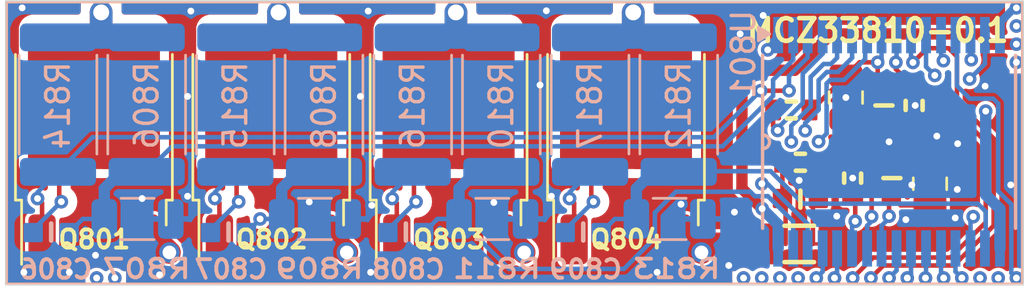
<source format=kicad_pcb>
(kicad_pcb (version 20221018) (generator pcbnew)
  (layers (0 "F.Cu" signal) (1 "In1.Cu" signal) (2 "In2.Cu" signal) (31 "B.Cu" signal) (34 "B.Paste" user) (35 "F.Paste" user) (36 "B.SilkS" user "B.Silkscreen") (37 "F.SilkS" user "F.Silkscreen") (38 "B.Mask" user) (39 "F.Mask" user) (44 "Edge.Cuts" user))
  (net 0 "")
  (net 1 "GND")
  (net 2 "+3V3")
  (net 3 "Net-(C803-Pad1)")
  (net 4 "Net-(C803-Pad2)")
  (net 5 "+12V")
  (net 6 "/OUT_IGN1")
  (net 7 "Net-(U801-FB0)")
  (net 8 "/OUT_IGN2")
  (net 9 "Net-(U801-FB1)")
  (net 10 "/OUT_IGN3")
  (net 11 "Net-(U801-FB2)")
  (net 12 "/OUT_IGN4")
  (net 13 "Net-(U801-FB3)")
  (net 14 "Net-(Q801-G)")
  (net 15 "Net-(Q801-E)")
  (net 16 "Net-(Q802-G)")
  (net 17 "Net-(Q803-G)")
  (net 18 "Net-(Q804-G)")
  (net 19 "/~OUTEN")
  (net 20 "/~CS")
  (net 21 "Net-(U801-RSP)")
  (net 22 "Net-(U801-RSN)")
  (net 23 "/OUT_INJ1")
  (net 24 "/SCLK")
  (net 25 "/MOSI")
  (net 26 "/MISO")
  (net 27 "/INJ1")
  (net 28 "/INJ2")
  (net 29 "/INJ3")
  (net 30 "/INJ4")
  (net 31 "/OUT_INJ2")
  (net 32 "/OUT_INJ4")
  (net 33 "/~SPKDUR")
  (net 34 "/IGN4")
  (net 35 "/IGN3")
  (net 36 "/IGN2")
  (net 37 "/IGN1")
  (net 38 "/NOMI")
  (net 39 "/MAXI")
  (net 40 "/OUT_INJ3")
  (footprint "Package_TO_SOT_SMD:TO-252-2" (layer "F.Cu") (at 103.88 70.96 90)
    (fp_text reference "Q803")
    (fp_text value "ISL9V3040D3S")
  )
  (footprint "Package_TO_SOT_SMD:TO-252-2" (layer "F.Cu") (at 111.68 70.96 90)
    (fp_text reference "Q804")
    (fp_text value "ISL9V3040D3S")
  )
  (footprint "kicad6-libraries:Shunt_1206" (layer "F.Cu") (at 119.3 76.2)
    (fp_text reference "R805" hide)
    (fp_text value "0.02" hide)
  )
  (footprint "hellen-one-common:C0603" (layer "F.Cu") (at 123.35 73.3 90)
    (fp_text reference "C804" hide)
    (fp_text value "100n" hide)
  )
  (footprint "hellen-one-common:R0603" (layer "F.Cu") (at 121.65 73.3 90)
    (fp_text reference "R804" hide)
    (fp_text value "100" hide)
  )
  (footprint "Package_TO_SOT_SMD:TO-252-2" (layer "F.Cu") (at 96.08 70.96 90)
    (fp_text reference "Q802")
    (fp_text value "ISL9V3040D3S")
  )
  (footprint "hellen-one-common:R0603" (layer "F.Cu") (at 119.35 72.6 180)
    (fp_text reference "R803" hide)
    (fp_text value "100" hide)
  )
  (footprint "hellen-one-mcz33810-0.1:mcz33810" (layer "F.Cu") (at 84.4 78)
    (fp_text reference "M801" hide)
    (fp_text value "Module-mcz33810-0.1" hide)
  )
  (footprint "Capacitor_SMD:C_0805_2012Metric" (layer "F.Cu") (at 121.35 69.75 90)
    (fp_text reference "C802" hide)
    (fp_text value "10u")
  )
  (footprint "hellen-one-common:R0603" (layer "F.Cu") (at 124.35 70.1 -90)
    (fp_text reference "R801" hide)
    (fp_text value "10k" hide)
  )
  (footprint "Package_TO_SOT_SMD:TO-252-2" (layer "F.Cu") (at 88.28 70.96 90)
    (fp_text reference "Q801")
    (fp_text value "ISL9V3040D3S")
  )
  (footprint "hellen-one-common:R0603" (layer "F.Cu") (at 118.95 70.3)
    (fp_text reference "R802" hide)
    (fp_text value "10k" hide)
  )
  (footprint "Capacitor_SMD:C_0805_2012Metric" (layer "F.Cu") (at 125.05 73.55 -90)
    (fp_text reference "C805" hide)
    (fp_text value "10u")
  )
  (footprint "hellen-one-common:C0603" (layer "F.Cu") (at 123.05 70.1 -90)
    (fp_text reference "C801" hide)
    (fp_text value "100n" hide)
  )
  (footprint "hellen-one-common:C0603" (layer "F.Cu") (at 119.35 74.2)
    (fp_text reference "C803" hide)
    (fp_text value "100p" hide)
  )
  (footprint "hellen-one-common:C0603" (layer "B.Cu") (at 109.8 75.7)
    (fp_text reference "C809")
    (fp_text value "10p" hide)
  )
  (footprint "Resistor_SMD:R_2512_6332Metric" (layer "B.Cu") (at 114 70.0625 -90)
    (fp_text reference "R812")
    (fp_text value "36k")
  )
  (footprint "hellen-one-common:C0603" (layer "B.Cu") (at 94.2 75.7)
    (fp_text reference "C807")
    (fp_text value "10p" hide)
  )
  (footprint "Resistor_SMD:R_2512_6332Metric" (layer "B.Cu") (at 94.5 70.0625 -90)
    (fp_text reference "R815")
    (fp_text value "DNP")
  )
  (footprint "Resistor_SMD:R_2512_6332Metric" (layer "B.Cu") (at 90.6 70.0625 -90)
    (fp_text reference "R806")
    (fp_text value "36k")
  )
  (footprint "Resistor_SMD:R_1206_3216Metric" (layer "B.Cu") (at 113.6 75.1)
    (fp_text reference "R813")
    (fp_text value "4.02k")
  )
  (footprint "hellen-one-common:C0603" (layer "B.Cu") (at 102 75.7)
    (fp_text reference "C808")
    (fp_text value "10p" hide)
  )
  (footprint "hellen-one-common:C0603" (layer "B.Cu") (at 86.4 75.7)
    (fp_text reference "C806")
    (fp_text value "10p" hide)
  )
  (footprint "kicad6-libraries:Mcz33810" (layer "B.Cu") (at 123.25 71.7 -90)
    (fp_text reference "U801")
    (fp_text value "MCZ33810EK" hide)
  )
  (footprint "Resistor_SMD:R_2512_6332Metric" (layer "B.Cu") (at 102.3 70.0625 -90)
    (fp_text reference "R816")
    (fp_text value "DNP")
  )
  (footprint "Resistor_SMD:R_2512_6332Metric" (layer "B.Cu") (at 98.4 70.0625 -90)
    (fp_text reference "R808")
    (fp_text value "36k")
  )
  (footprint "Resistor_SMD:R_2512_6332Metric" (layer "B.Cu") (at 86.7 70.0625 -90)
    (fp_text reference "R814")
    (fp_text value "DNP")
  )
  (footprint "Resistor_SMD:R_1206_3216Metric" (layer "B.Cu") (at 98 75.1)
    (fp_text reference "R809")
    (fp_text value "4.02k")
  )
  (footprint "Resistor_SMD:R_2512_6332Metric" (layer "B.Cu") (at 106.2 70.0625 -90)
    (fp_text reference "R810")
    (fp_text value "36k")
  )
  (footprint "Resistor_SMD:R_1206_3216Metric" (layer "B.Cu") (at 90.2 75.1)
    (fp_text reference "R807")
    (fp_text value "4.02k")
  )
  (footprint "Resistor_SMD:R_2512_6332Metric" (layer "B.Cu") (at 110.1 70.0625 -90)
    (fp_text reference "R817")
    (fp_text value "DNP")
  )
  (footprint "Resistor_SMD:R_1206_3216Metric" (layer "B.Cu") (at 105.8 75.1)
    (fp_text reference "R811")
    (fp_text value "4.02k")
  )
  (gr_rect (start 84.39 65.49) (end 129.16 78.01) (stroke (width 0.05)) (fill none) (layer "Edge.Cuts"))
  (gr_text "MCZ33810-0.1" (at 122.75 66.8) (layer "F.SilkS") (effects (font (size 1 1) (thickness 0.2))))
  (via (at 88.35 76.7) (size 0.6) (drill 0.3) (layers "F.Cu" "B.Cu") (net 1))
  (via (at 127.473372 69.25) (size 0.6) (drill 0.3) (layers "F.Cu" "B.Cu") (net 1))
  (via (at 90.4 74.2) (size 0.6) (drill 0.3) (layers "F.Cu" "B.Cu") (net 1))
  (via (at 100.5 74.5) (size 0.6) (drill 0.3) (layers "F.Cu" "B.Cu") (net 1))
  (via (at 126.159336 75.054853) (size 0.6) (drill 0.3) (layers "F.Cu" "B.Cu") (net 1))
  (via (at 124.4 70.1) (size 0.6) (drill 0.3) (layers "F.Cu" "B.Cu") (net 1))
  (via (at 116.45 74.8) (size 0.6) (drill 0.3) (layers "F.Cu" "B.Cu") (net 1))
  (via (at 120.949774 74.976512) (size 0.6) (drill 0.3) (layers "F.Cu" "B.Cu") (net 1))
  (via (at 108.177984 65.92764) (size 0.6) (drill 0.3) (layers "F.Cu" "B.Cu") (net 1))
  (via (at 92.4 74.1) (size 0.6) (drill 0.3) (layers "F.Cu" "B.Cu") (net 1))
  (via (at 97.75 74.35) (size 0.6) (drill 0.3) (layers "F.Cu" "B.Cu") (net 1))
  (via (at 125.35 71.45) (size 0.6) (drill 0.3) (layers "F.Cu" "B.Cu") (net 1))
  (via (at 116.7 66.95) (size 0.6) (drill 0.3) (layers "F.Cu" "B.Cu") (net 1))
  (via (at 100.34212 65.941073) (size 0.6) (drill 0.3) (layers "F.Cu" "B.Cu") (net 1))
  (via (at 100 69.7) (size 0.6) (drill 0.3) (layers "F.Cu" "B.Cu") (net 1))
  (via (at 117.712602 66.13536) (size 0.6) (drill 0.3) (layers "F.Cu" "B.Cu") (net 1))
  (via (at 85.124093 65.8) (size 0.6) (drill 0.3) (layers "F.Cu" "B.Cu") (net 1))
  (via (at 105.867947 74.374321) (size 0.6) (drill 0.3) (layers "F.Cu" "B.Cu") (net 1))
  (via (at 100.45 77.45) (size 0.6) (drill 0.3) (layers "F.Cu" "B.Cu") (net 1))
  (via (at 113.05 77.45) (size 0.6) (drill 0.3) (layers "F.Cu" "B.Cu") (net 1))
  (via (at 124.25 73.6) (size 0.6) (drill 0.3) (layers "F.Cu" "B.Cu") (net 1))
  (via (at 108.4 74.1) (size 0.6) (drill 0.3) (layers "F.Cu" "B.Cu") (net 1))
  (via (at 126.266117 71.783883) (size 0.6) (drill 0.3) (layers "F.Cu" "B.Cu") (net 1))
  (via (at 91.165987 77.5592) (size 0.6) (drill 0.3) (layers "F.Cu" "B.Cu") (net 1))
  (via (at 116.2 77.15) (size 0.6) (drill 0.3) (layers "F.Cu" "B.Cu") (net 1))
  (via (at 92.4 69.7) (size 0.6) (drill 0.3) (layers "F.Cu" "B.Cu") (net 1))
  (via (at 123.987686 75.13009) (size 0.6) (drill 0.3) (layers "F.Cu" "B.Cu") (net 1))
  (via (at 92.543526 65.942012) (size 0.6) (drill 0.3) (layers "F.Cu" "B.Cu") (net 1))
  (via (at 114.1 74.4505) (size 0.6) (drill 0.3) (layers "F.Cu" "B.Cu") (net 1))
  (via (at 128.6 73.6) (size 0.6) (drill 0.3) (layers "F.Cu" "B.Cu") (net 1))
  (via (at 126.25 73.8) (size 0.6) (drill 0.3) (layers "F.Cu" "B.Cu") (net 1))
  (via (at 87.2 77.45) (size 0.6) (drill 0.3) (layers "F.Cu" "B.Cu") (net 1))
  (via (at 119.297194 73.401871) (size 0.6) (drill 0.3) (layers "F.Cu" "B.Cu") (net 1))
  (via (at 121.65 73.3) (size 0.6) (drill 0.3) (layers "F.Cu" "B.Cu") (net 1))
  (via (at 123.25 71.7) (size 0.6) (drill 0.3) (layers "F.Cu" "B.Cu") (net 1))
  (via (at 85.199659 77.45051) (size 0.6) (drill 0.3) (layers "F.Cu" "B.Cu") (net 1))
  (via (at 107.9 69.2) (size 0.6) (drill 0.3) (layers "F.Cu" "B.Cu") (net 1))
  (via (at 121.35 69.75) (size 0.6) (drill 0.3) (layers "F.Cu" "B.Cu") (net 1))
  (segment (start 122.75 69.009999) (end 123.05 69.309999) (width 0.2) (layer "F.Cu") (net 2))
  (segment (start 121.35 68.8) (end 121.95 68.2) (width 0.2) (layer "F.Cu") (net 2))
  (segment (start 121.95 68.2) (end 122.75 68.2) (width 0.2) (layer "F.Cu") (net 2))
  (segment (start 123.05 69.309999) (end 123.05 69.6) (width 0.2) (layer "F.Cu") (net 2))
  (segment (start 122.75 68.2) (end 122.75 69.009999) (width 0.2) (layer "F.Cu") (net 2))
  (segment (start 123.05 69.6) (end 124.35 70.9) (width 0.2) (layer "F.Cu") (net 2))
  (segment (start 119.85 70.3) (end 121.35 68.8) (width 0.2) (layer "F.Cu") (net 2))
  (segment (start 119.75 70.3) (end 119.85 70.3) (width 0.2) (layer "F.Cu") (net 2))
  (via (at 122.75 68.2) (size 0.6) (drill 0.3) (layers "F.Cu" "B.Cu") (net 2))
  (segment (start 122.949 67.001) (end 122.95 67) (width 0.2) (layer "B.Cu") (net 2))
  (segment (start 122.9198 67.001) (end 122.949 67.001) (width 0.2) (layer "B.Cu") (net 2))
  (segment (start 122.9198 68.0302) (end 122.75 68.2) (width 0.2) (layer "B.Cu") (net 2))
  (segment (start 122.9198 67.001) (end 122.9198 68.0302) (width 0.2) (layer "B.Cu") (net 2))
  (segment (start 118.7 76.2) (end 118.7 74.340001) (width 0.2) (layer "F.Cu") (net 3))
  (segment (start 118.7 74.340001) (end 118.559999 74.2) (width 0.2) (layer "F.Cu") (net 3))
  (segment (start 118.559999 72.609999) (end 118.55 72.6) (width 0.2) (layer "F.Cu") (net 3))
  (segment (start 118.559999 74.2) (end 118.559999 72.609999) (width 0.2) (layer "F.Cu") (net 3))
  (segment (start 121.65 72.5) (end 120.140001 74.009999) (width 0.2) (layer "F.Cu") (net 4))
  (segment (start 119.89998 76.2) (end 119.89998 74.440021) (width 0.2) (layer "F.Cu") (net 4))
  (segment (start 119.89998 74.440021) (end 120.140001 74.2) (width 0.2) (layer "F.Cu") (net 4))
  (segment (start 120.140001 74.009999) (end 120.140001 74.2) (width 0.2) (layer "F.Cu") (net 4))
  (segment (start 123.25 74.190001) (end 123.35 74.090001) (width 0.2) (layer "F.Cu") (net 5))
  (segment (start 123.759999 74.5) (end 125.05 74.5) (width 0.2) (layer "F.Cu") (net 5))
  (segment (start 123.25 74.976) (end 123.25 74.190001) (width 0.2) (layer "F.Cu") (net 5))
  (segment (start 123.35 74.090001) (end 123.759999 74.5) (width 0.2) (layer "F.Cu") (net 5))
  (via (at 123.25 74.976) (size 0.6) (drill 0.3) (layers "F.Cu" "B.Cu") (net 5))
  (segment (start 123.25 74.976) (end 123.25 75.0687) (width 0.2) (layer "B.Cu") (net 5))
  (segment (start 122.9198 75.3989) (end 122.9198 76.399) (width 0.2) (layer "B.Cu") (net 5))
  (segment (start 123.25 75.0687) (end 122.9198 75.3989) (width 0.2) (layer "B.Cu") (net 5))
  (segment (start 86.755 74.248194) (end 86.755 71.375) (width 0.2) (layer "F.Cu") (net 6))
  (segment (start 88.6 66.82) (end 89.805 68.025) (width 1) (layer "F.Cu") (net 6))
  (segment (start 88.6 66) (end 88.6 66.82) (width 1) (layer "F.Cu") (net 6))
  (segment (start 86.846804 74.339998) (end 86.755 74.248194) (width 0.2) (layer "F.Cu") (net 6))
  (via (at 86.846804 74.339998) (size 0.6) (drill 0.3) (layers "F.Cu" "B.Cu") (net 6))
  (segment (start 85.609999 75.576803) (end 86.846804 74.339998) (width 0.2) (layer "B.Cu") (net 6))
  (segment (start 86.7 67.1) (end 88.6 67.1) (width 1) (layer "B.Cu") (net 6))
  (segment (start 90.6 67.1) (end 88.6 67.1) (width 1) (layer "B.Cu") (net 6))
  (segment (start 85.609999 75.7) (end 85.609999 75.576803) (width 0.2) (layer "B.Cu") (net 6))
  (segment (start 88.6 67.1) (end 88.6 66) (width 1) (layer "B.Cu") (net 6))
  (segment (start 90.6 73.025) (end 91.725 71.9) (width 0.2) (layer "B.Cu") (net 7))
  (segment (start 90.6 73.025) (end 89.475 73.025) (width 0.5) (layer "B.Cu") (net 7))
  (segment (start 88.7375 73.7625) (end 88.7375 75.1) (width 0.5) (layer "B.Cu") (net 7))
  (segment (start 119.0336 68.088582) (end 119.0336 67.001) (width 0.2) (layer "B.Cu") (net 7))
  (segment (start 118.15 68.972182) (end 119.0336 68.088582) (width 0.2) (layer "B.Cu") (net 7))
  (segment (start 91.725 71.9) (end 115.927818 71.9) (width 0.2) (layer "B.Cu") (net 7))
  (segment (start 87.790001 75.1) (end 88.7375 75.1) (width 0.2) (layer "B.Cu") (net 7))
  (segment (start 87.190001 75.7) (end 87.790001 75.1) (width 0.2) (layer "B.Cu") (net 7))
  (segment (start 115.927818 71.9) (end 118.15 69.677818) (width 0.2) (layer "B.Cu") (net 7))
  (segment (start 118.15 69.677818) (end 118.15 68.972182) (width 0.2) (layer "B.Cu") (net 7))
  (segment (start 89.475 73.025) (end 88.7375 73.7625) (width 0.5) (layer "B.Cu") (net 7))
  (segment (start 96.4 66.82) (end 97.605 68.025) (width 1) (layer "F.Cu") (net 8))
  (segment (start 94.555 74.248194) (end 94.555 71.375) (width 0.2) (layer "F.Cu") (net 8))
  (segment (start 96.4 66) (end 96.4 66.82) (width 1) (layer "F.Cu") (net 8))
  (segment (start 94.646804 74.339998) (end 94.555 74.248194) (width 0.2) (layer "F.Cu") (net 8))
  (via (at 94.646804 74.339998) (size 0.6) (drill 0.3) (layers "F.Cu" "B.Cu") (net 8))
  (segment (start 98.4 67.1) (end 96.4 67.1) (width 1) (layer "B.Cu") (net 8))
  (segment (start 93.409999 75.7) (end 93.409999 75.576803) (width 0.2) (layer "B.Cu") (net 8))
  (segment (start 93.409999 75.576803) (end 94.646804 74.339998) (width 0.2) (layer "B.Cu") (net 8))
  (segment (start 94.5 67.1) (end 96.4 67.1) (width 1) (layer "B.Cu") (net 8))
  (segment (start 96.4 67.1) (end 96.4 66) (width 1) (layer "B.Cu") (net 8))
  (via (at 126.793323 68.933713) (size 0.6) (drill 0.3) (layers "F.Cu" "B.Cu") (net 9))
  (via (at 95.590001 75.1) (size 0.6) (drill 0.3) (layers "F.Cu" "B.Cu") (net 9))
  (segment (start 96.5375 73.7625) (end 96.5375 75.1) (width 0.5) (layer "B.Cu") (net 9))
  (segment (start 127.4664 67.001) (end 127.4664 68.260636) (width 0.2) (layer "B.Cu") (net 9))
  (segment (start 98.4 73.025) (end 97.275 73.025) (width 0.5) (layer "B.Cu") (net 9))
  (segment (start 95.590001 75.1) (end 96.5375 75.1) (width 0.2) (layer "B.Cu") (net 9))
  (segment (start 94.990001 75.7) (end 95.590001 75.1) (width 0.2) (layer "B.Cu") (net 9))
  (segment (start 127.4664 68.260636) (end 126.793323 68.933713) (width 0.2) (layer "B.Cu") (net 9))
  (segment (start 97.275 73.025) (end 96.5375 73.7625) (width 0.5) (layer "B.Cu") (net 9))
  (segment (start 104.2 66) (end 104.2 66.82) (width 1) (layer "F.Cu") (net 10))
  (segment (start 104.2 66.82) (end 105.405 68.025) (width 1) (layer "F.Cu") (net 10))
  (segment (start 102.446804 74.339998) (end 102.355 74.248194) (width 0.2) (layer "F.Cu") (net 10))
  (segment (start 102.355 74.248194) (end 102.355 71.375) (width 0.2) (layer "F.Cu") (net 10))
  (via (at 102.446804 74.339998) (size 0.6) (drill 0.3) (layers "F.Cu" "B.Cu") (net 10))
  (segment (start 106.2 67.1) (end 104.2 67.1) (width 1) (layer "B.Cu") (net 10))
  (segment (start 102.3 67.1) (end 104.2 67.1) (width 1) (layer "B.Cu") (net 10))
  (segment (start 101.209999 75.576803) (end 102.446804 74.339998) (width 0.2) (layer "B.Cu") (net 10))
  (segment (start 104.2 67.1) (end 104.2 66) (width 1) (layer "B.Cu") (net 10))
  (segment (start 101.209999 75.7) (end 101.209999 75.576803) (width 0.2) (layer "B.Cu") (net 10))
  (segment (start 106.5375 77.3) (end 104.3375 75.1) (width 0.2) (layer "B.Cu") (net 11))
  (segment (start 119.0336 75.209457) (end 117.921835 74.097692) (width 0.2) (layer "B.Cu") (net 11))
  (segment (start 104.3375 73.7625) (end 104.3375 75.1) (width 0.5) (layer "B.Cu") (net 11))
  (segment (start 113.872182 73.9005) (end 112.95 74.822682) (width 0.2) (layer "B.Cu") (net 11))
  (segment (start 102.790001 75.7) (end 103.390001 75.1) (width 0.2) (layer "B.Cu") (net 11))
  (segment (start 119.0336 76.399) (end 119.0336 75.209457) (width 0.2) (layer "B.Cu") (net 11))
  (segment (start 117.921835 74.097692) (end 117.344554 74.097692) (width 0.2) (layer "B.Cu") (net 11))
  (segment (start 105.075 73.025) (end 104.3375 73.7625) (width 0.5) (layer "B.Cu") (net 11))
  (segment (start 117.344554 74.097692) (end 117.147362 73.9005) (width 0.2) (layer "B.Cu") (net 11))
  (segment (start 112.95 75.939034) (end 111.589034 77.3) (width 0.2) (layer "B.Cu") (net 11))
  (segment (start 112.95 74.822682) (end 112.95 75.939034) (width 0.2) (layer "B.Cu") (net 11))
  (segment (start 103.390001 75.1) (end 104.3375 75.1) (width 0.2) (layer "B.Cu") (net 11))
  (segment (start 111.589034 77.3) (end 106.5375 77.3) (width 0.2) (layer "B.Cu") (net 11))
  (segment (start 117.147362 73.9005) (end 113.872182 73.9005) (width 0.2) (layer "B.Cu") (net 11))
  (segment (start 106.2 73.025) (end 105.075 73.025) (width 0.5) (layer "B.Cu") (net 11))
  (segment (start 110.246804 74.339998) (end 110.155 74.248194) (width 0.2) (layer "F.Cu") (net 12))
  (segment (start 112 66.82) (end 113.205 68.025) (width 1) (layer "F.Cu") (net 12))
  (segment (start 112 66) (end 112 66.82) (width 1) (layer "F.Cu") (net 12))
  (segment (start 110.155 74.248194) (end 110.155 71.375) (width 0.2) (layer "F.Cu") (net 12))
  (via (at 110.246804 74.339998) (size 0.6) (drill 0.3) (layers "F.Cu" "B.Cu") (net 12))
  (segment (start 109.009999 75.576803) (end 110.246804 74.339998) (width 0.2) (layer "B.Cu") (net 12))
  (segment (start 109.009999 75.7) (end 109.009999 75.576803) (width 0.2) (layer "B.Cu") (net 12))
  (segment (start 114 67.1) (end 112 67.1) (width 1) (layer "B.Cu") (net 12))
  (segment (start 110.1 67.1) (end 112 67.1) (width 1) (layer "B.Cu") (net 12))
  (segment (start 112 67.1) (end 112 66) (width 1) (layer "B.Cu") (net 12))
  (segment (start 112.875 73.025) (end 112.1375 73.7625) (width 0.5) (layer "B.Cu") (net 13))
  (segment (start 112.1375 73.7625) (end 112.1375 75.1) (width 0.5) (layer "B.Cu") (net 13))
  (segment (start 111.190001 75.1) (end 112.1375 75.1) (width 0.2) (layer "B.Cu") (net 13))
  (segment (start 114 73.025) (end 112.875 73.025) (width 0.5) (layer "B.Cu") (net 13))
  (segment (start 114.026808 72.998192) (end 118.045247 72.998192) (width 0.2) (layer "B.Cu") (net 13))
  (segment (start 127.154318 74.4265) (end 127.5 74.772182) (width 0.2) (layer "B.Cu") (net 13))
  (segment (start 127.5 76.3654) (end 127.4664 76.399) (width 0.2) (layer "B.Cu") (net 13))
  (segment (start 118.045247 72.998192) (end 119.473555 74.4265) (width 0.2) (layer "B.Cu") (net 13))
  (segment (start 110.590001 75.7) (end 111.190001 75.1) (width 0.2) (layer "B.Cu") (net 13))
  (segment (start 114 73.025) (end 114.026808 72.998192) (width 0.2) (layer "B.Cu") (net 13))
  (segment (start 127.5 74.772182) (end 127.5 76.3654) (width 0.2) (layer "B.Cu") (net 13))
  (segment (start 119.473555 74.4265) (end 127.154318 74.4265) (width 0.2) (layer "B.Cu") (net 13))
  (segment (start 118.85 69.45) (end 117.6005 69.45) (width 0.2) (layer "F.Cu") (net 14))
  (segment (start 86 74.4) (end 85.8 74.2) (width 0.2) (layer "F.Cu") (net 14))
  (segment (start 86 76) (end 86 74.4) (width 0.2) (layer "F.Cu") (net 14))
  (via (at 85.8 74.2) (size 0.6) (drill 0.3) (layers "F.Cu" "B.Cu") (net 14))
  (via (at 118.85 69.45) (size 0.6) (drill 0.3) (layers "F.Cu" "B.Cu") (net 14))
  (via (at 117.6005 69.45) (size 0.6) (drill 0.3) (layers "F.Cu" "B.Cu") (net 14))
  (segment (start 86.7 73.025) (end 88.225 71.5) (width 0.2) (layer "B.Cu") (net 14))
  (segment (start 119.6686 67.986426) (end 118.85 68.805026) (width 0.2) (layer "B.Cu") (net 14))
  (segment (start 118.85 68.805026) (end 118.85 69.45) (width 0.2) (layer "B.Cu") (net 14))
  (segment (start 85.8 74.2) (end 85.8 73.925) (width 0.2) (layer "B.Cu") (net 14))
  (segment (start 119.6686 67.001) (end 119.6686 67.986426) (width 0.2) (layer "B.Cu") (net 14))
  (segment (start 115.5505 71.5) (end 117.6005 69.45) (width 0.2) (layer "B.Cu") (net 14))
  (segment (start 85.8 73.925) (end 86.7 73.025) (width 0.2) (layer "B.Cu") (net 14))
  (segment (start 88.225 71.5) (end 115.5505 71.5) (width 0.2) (layer "B.Cu") (net 14))
  (segment (start 115 76.5745) (end 115.3745 76.2) (width 1) (layer "F.Cu") (net 15))
  (segment (start 106.6255 76) (end 107.2 76.5745) (width 1) (layer "F.Cu") (net 15))
  (segment (start 114.4255 76) (end 115 76.5745) (width 1) (layer "F.Cu") (net 15))
  (segment (start 91.0255 76) (end 91.6 76.5745) (width 1) (layer "F.Cu") (net 15))
  (segment (start 98.36 76) (end 98.8255 76) (width 1) (layer "F.Cu") (net 15))
  (segment (start 90.56 76) (end 91.0255 76) (width 1) (layer "F.Cu") (net 15))
  (segment (start 98.8255 76) (end 99.4 76.5745) (width 1) (layer "F.Cu") (net 15))
  (segment (start 113.96 76) (end 114.4255 76) (width 1) (layer "F.Cu") (net 15))
  (segment (start 106.16 76) (end 106.6255 76) (width 1) (layer "F.Cu") (net 15))
  (segment (start 115.3745 76.2) (end 117.84998 76.2) (width 1) (layer "F.Cu") (net 15))
  (via (at 107.2 76.5745) (size 0.9) (drill 0.6) (layers "F.Cu" "B.Cu") (net 15))
  (via (at 99.4 76.5745) (size 0.9) (drill 0.6) (layers "F.Cu" "B.Cu") (net 15))
  (via (at 91.6 76.5745) (size 0.9) (drill 0.6) (layers "F.Cu" "B.Cu") (net 15))
  (via (at 115 76.5745) (size 0.9) (drill 0.6) (layers "F.Cu" "B.Cu") (net 15))
  (segment (start 93.8 74.4) (end 93.6 74.2) (width 0.2) (layer "F.Cu") (net 16))
  (segment (start 93.8 76) (end 93.8 74.4) (width 0.2) (layer "F.Cu") (net 16))
  (via (at 93.6 74.2) (size 0.6) (drill 0.3) (layers "F.Cu" "B.Cu") (net 16))
  (via (at 126.863518 68.0857) (size 0.6) (drill 0.3) (layers "F.Cu" "B.Cu") (net 16))
  (segment (start 126.8314 67.001) (end 126.8314 68.053582) (width 0.2) (layer "B.Cu") (net 16))
  (segment (start 93.6 73.925) (end 94.5 73.025) (width 0.2) (layer "B.Cu") (net 16))
  (segment (start 126.8314 68.053582) (end 126.863518 68.0857) (width 0.2) (layer "B.Cu") (net 16))
  (segment (start 93.6 74.2) (end 93.6 73.925) (width 0.2) (layer "B.Cu") (net 16))
  (segment (start 101.6 76) (end 101.6 74.4) (width 0.2) (layer "F.Cu") (net 17))
  (segment (start 101.6 74.4) (end 101.4 74.2) (width 0.2) (layer "F.Cu") (net 17))
  (via (at 101.4 74.2) (size 0.6) (drill 0.3) (layers "F.Cu" "B.Cu") (net 17))
  (via (at 117.656041 73.548192) (size 0.6) (drill 0.3) (layers "F.Cu" "B.Cu") (net 17))
  (segment (start 101.4 74.2) (end 101.4 73.925) (width 0.2) (layer "B.Cu") (net 17))
  (segment (start 117.900272 73.548192) (end 119.6686 75.31652) (width 0.2) (layer "B.Cu") (net 17))
  (segment (start 119.6686 75.31652) (end 119.6686 76.399) (width 0.2) (layer "B.Cu") (net 17))
  (segment (start 117.656041 73.548192) (end 117.900272 73.548192) (width 0.2) (layer "B.Cu") (net 17))
  (segment (start 101.4 73.925) (end 102.3 73.025) (width 0.2) (layer "B.Cu") (net 17))
  (segment (start 109.4 74.4) (end 109.2 74.2) (width 0.2) (layer "F.Cu") (net 18))
  (segment (start 109.4 76) (end 109.4 74.4) (width 0.2) (layer "F.Cu") (net 18))
  (via (at 109.2 74.2) (size 0.6) (drill 0.3) (layers "F.Cu" "B.Cu") (net 18))
  (via (at 126.95 75) (size 0.6) (drill 0.3) (layers "F.Cu" "B.Cu") (net 18))
  (segment (start 109.2 73.925) (end 110.1 73.025) (width 0.2) (layer "B.Cu") (net 18))
  (segment (start 126.8314 75.1186) (end 126.95 75) (width 0.2) (layer "B.Cu") (net 18))
  (segment (start 109.2 74.2) (end 109.2 73.925) (width 0.2) (layer "B.Cu") (net 18))
  (segment (start 126.8314 76.399) (end 126.8314 75.1186) (width 0.2) (layer "B.Cu") (net 18))
  (segment (start 127.5 75.25) (end 127.5 71.7) (width 0.2) (layer "F.Cu") (net 19))
  (segment (start 123.55 68.5) (end 123.55 68.2) (width 0.2) (layer "F.Cu") (net 19))
  (segment (start 127.5 71.7) (end 125.1 69.3) (width 0.2) (layer "F.Cu") (net 19))
  (segment (start 122.55 76.8) (end 125.95 76.8) (width 0.2) (layer "F.Cu") (net 19))
  (segment (start 125.95 76.8) (end 127.5 75.25) (width 0.2) (layer "F.Cu") (net 19))
  (segment (start 121.65 77.7) (end 122.55 76.8) (width 0.2) (layer "F.Cu") (net 19))
  (segment (start 125.1 69.3) (end 124.35 69.3) (width 0.2) (layer "F.Cu") (net 19))
  (segment (start 124.35 69.3) (end 123.55 68.5) (width 0.2) (layer "F.Cu") (net 19))
  (via (at 123.55 68.2) (size 0.6) (drill 0.3) (layers "F.Cu" "B.Cu") (net 19))
  (segment (start 123.5802 68.1698) (end 123.55 68.2) (width 0.2) (layer "B.Cu") (net 19))
  (segment (start 123.5802 67.001) (end 123.5802 68.1698) (width 0.2) (layer "B.Cu") (net 19))
  (segment (start 118.15 70.3) (end 118.15 71) (width 0.2) (layer "F.Cu") (net 20))
  (segment (start 118.15 71) (end 118.35 71.2) (width 0.2) (layer "F.Cu") (net 20))
  (via (at 118.35 71.2) (size 0.6) (drill 0.3) (layers "F.Cu" "B.Cu") (net 20))
  (segment (start 120.329 67.821) (end 119.452476 68.697524) (width 0.2) (layer "B.Cu") (net 20))
  (segment (start 120.329 67.001) (end 120.329 67.821) (width 0.2) (layer "B.Cu") (net 20))
  (segment (start 118.35 71.1) (end 118.35 71.2) (width 0.2) (layer "B.Cu") (net 20))
  (segment (start 119.452476 69.997524) (end 118.35 71.1) (width 0.2) (layer "B.Cu") (net 20))
  (segment (start 119.452476 68.697524) (end 119.452476 69.997524) (width 0.2) (layer "B.Cu") (net 20))
  (segment (start 120.85 71.9) (end 120.15 72.6) (width 0.2) (layer "F.Cu") (net 21))
  (segment (start 122.483307 74.994735) (end 122.483307 72.208819) (width 0.2) (layer "F.Cu") (net 21))
  (segment (start 122.483307 72.208819) (end 122.174488 71.9) (width 0.2) (layer "F.Cu") (net 21))
  (segment (start 122.174488 71.9) (end 120.85 71.9) (width 0.2) (layer "F.Cu") (net 21))
  (via (at 122.483307 74.994735) (size 0.6) (drill 0.3) (layers "F.Cu" "B.Cu") (net 21))
  (segment (start 122.2848 76.399) (end 122.2848 75.3989) (width 0.2) (layer "B.Cu") (net 21))
  (segment (start 122.483307 75.200393) (end 122.483307 74.994735) (width 0.2) (layer "B.Cu") (net 21))
  (segment (start 122.2848 75.3989) (end 122.483307 75.200393) (width 0.2) (layer "B.Cu") (net 21))
  (segment (start 121.762049 75.20038) (end 121.762049 74.212049) (width 0.2) (layer "F.Cu") (net 22))
  (segment (start 121.762049 74.212049) (end 121.65 74.1) (width 0.2) (layer "F.Cu") (net 22))
  (via (at 121.762049 75.20038) (size 0.6) (drill 0.3) (layers "F.Cu" "B.Cu") (net 22))
  (segment (start 121.6244 76.399) (end 121.6244 75.338029) (width 0.2) (layer "B.Cu") (net 22))
  (segment (start 121.6244 75.338029) (end 121.762049 75.20038) (width 0.2) (layer "B.Cu") (net 22))
  (via (at 117.91365 67.65) (size 0.6) (drill 0.3) (layers "F.Cu" "B.Cu") (net 23))
  (segment (start 118.3732 67.19045) (end 117.91365 67.65) (width 0.5) (layer "B.Cu") (net 23))
  (segment (start 118.3732 67.001) (end 118.3732 67.19045) (width 0.5) (layer "B.Cu") (net 23))
  (via (at 118.95 71.7) (size 0.6) (drill 0.3) (layers "F.Cu" "B.Cu") (net 24))
  (segment (start 120.964 67.001) (end 120.964 68.0011) (width 0.2) (layer "B.Cu") (net 24))
  (segment (start 118.95 70.994974) (end 118.95 71.7) (width 0.2) (layer "B.Cu") (net 24))
  (segment (start 120.6916 68.2735) (end 120.371474 68.2735) (width 0.2) (layer "B.Cu") (net 24))
  (segment (start 119.802476 68.842498) (end 119.802476 70.142498) (width 0.2) (layer "B.Cu") (net 24))
  (segment (start 120.371474 68.2735) (end 119.802476 68.842498) (width 0.2) (layer "B.Cu") (net 24))
  (segment (start 119.802476 70.142498) (end 118.95 70.994974) (width 0.2) (layer "B.Cu") (net 24))
  (segment (start 120.964 68.0011) (end 120.6916 68.2735) (width 0.2) (layer "B.Cu") (net 24))
  (via (at 119.561043 71.2095) (size 0.6) (drill 0.3) (layers "F.Cu" "B.Cu") (net 25))
  (segment (start 119.561043 71.2095) (end 119.561043 70.878905) (width 0.2) (layer "B.Cu") (net 25))
  (segment (start 120.516448 68.6235) (end 121.002 68.6235) (width 0.2) (layer "B.Cu") (net 25))
  (segment (start 121.6244 68.0011) (end 121.6244 67.001) (width 0.2) (layer "B.Cu") (net 25))
  (segment (start 121.002 68.6235) (end 121.6244 68.0011) (width 0.2) (layer "B.Cu") (net 25))
  (segment (start 119.561043 70.878905) (end 120.152476 70.287472) (width 0.2) (layer "B.Cu") (net 25))
  (segment (start 120.152476 68.987472) (end 120.516448 68.6235) (width 0.2) (layer "B.Cu") (net 25))
  (segment (start 120.152476 70.287472) (end 120.152476 68.987472) (width 0.2) (layer "B.Cu") (net 25))
  (via (at 120.15 71.6905) (size 0.6) (drill 0.3) (layers "F.Cu" "B.Cu") (net 26))
  (segment (start 122.2848 67.001) (end 122.2 67.0858) (width 0.2) (layer "B.Cu") (net 26))
  (segment (start 121.2765 68.9735) (end 120.661422 68.9735) (width 0.2) (layer "B.Cu") (net 26))
  (segment (start 120.502476 69.132446) (end 120.502476 71.338024) (width 0.2) (layer "B.Cu") (net 26))
  (segment (start 120.502476 71.338024) (end 120.15 71.6905) (width 0.2) (layer "B.Cu") (net 26))
  (segment (start 122.2 68.05) (end 121.2765 68.9735) (width 0.2) (layer "B.Cu") (net 26))
  (segment (start 122.2 67.0858) (end 122.2 68.05) (width 0.2) (layer "B.Cu") (net 26))
  (segment (start 120.661422 68.9735) (end 120.502476 69.132446) (width 0.2) (layer "B.Cu") (net 26))
  (segment (start 126.235839 69.940865) (end 126.235839 67.945637) (width 0.2) (layer "F.Cu") (net 27))
  (segment (start 126.235839 67.945637) (end 125.86798 67.577778) (width 0.2) (layer "F.Cu") (net 27))
  (segment (start 127.85 75.394974) (end 127.85 71.555026) (width 0.2) (layer "F.Cu") (net 27))
  (segment (start 122.45 77.7) (end 123 77.15) (width 0.2) (layer "F.Cu") (net 27))
  (segment (start 126.094974 77.15) (end 127.85 75.394974) (width 0.2) (layer "F.Cu") (net 27))
  (segment (start 125.86798 67.577778) (end 124.928327 67.577778) (width 0.2) (layer "F.Cu") (net 27))
  (segment (start 124.928327 67.577778) (end 124.299978 68.206127) (width 0.2) (layer "F.Cu") (net 27))
  (segment (start 127.85 71.555026) (end 126.235839 69.940865) (width 0.2) (layer "F.Cu") (net 27))
  (segment (start 123 77.15) (end 126.094974 77.15) (width 0.2) (layer "F.Cu") (net 27))
  (via (at 124.299978 68.206127) (size 0.6) (drill 0.3) (layers "F.Cu" "B.Cu") (net 27))
  (segment (start 124.2152 68.121349) (end 124.299978 68.206127) (width 0.2) (layer "B.Cu") (net 27))
  (segment (start 124.2152 67.001) (end 124.2152 68.121349) (width 0.2) (layer "B.Cu") (net 27))
  (via (at 125.2595 68.773998) (size 0.6) (drill 0.3) (layers "F.Cu" "B.Cu") (net 28))
  (segment (start 124.8756 67.001) (end 124.8756 68.390098) (width 0.2) (layer "B.Cu") (net 28))
  (segment (start 124.8756 68.390098) (end 125.2595 68.773998) (width 0.2) (layer "B.Cu") (net 28))
  (via (at 125.640162 68.127778) (size 0.6) (drill 0.3) (layers "F.Cu" "B.Cu") (net 29))
  (segment (start 125.536 68.023616) (end 125.640162 68.127778) (width 0.2) (layer "B.Cu") (net 29))
  (segment (start 125.536 67.001) (end 125.536 68.023616) (width 0.2) (layer "B.Cu") (net 29))
  (segment (start 127.827818 69.8) (end 128.05 70.022182) (width 0.2) (layer "B.Cu") (net 30))
  (segment (start 128.05 70.022182) (end 128.05 73.877818) (width 0.2) (layer "B.Cu") (net 30))
  (segment (start 128.6268 74.454619) (end 128.6268 77.4768) (width 0.2) (layer "B.Cu") (net 30))
  (segment (start 126.235839 67.065839) (end 126.235839 69.235839) (width 0.2) (layer "B.Cu") (net 30))
  (segment (start 128.6268 77.4768) (end 128.85 77.7) (width 0.2) (layer "B.Cu") (net 30))
  (segment (start 126.171 67.001) (end 126.235839 67.065839) (width 0.2) (layer "B.Cu") (net 30))
  (segment (start 126.8 69.8) (end 127.827818 69.8) (width 0.2) (layer "B.Cu") (net 30))
  (segment (start 128.05 73.877818) (end 128.6268 74.454619) (width 0.2) (layer "B.Cu") (net 30))
  (segment (start 126.235839 69.235839) (end 126.8 69.8) (width 0.2) (layer "B.Cu") (net 30))
  (segment (start 128.766116 65.8) (end 128.85 65.8) (width 0.35) (layer "B.Cu") (net 31))
  (segment (start 128.1268 67.001) (end 128.1268 66.439316) (width 0.35) (layer "B.Cu") (net 31))
  (segment (start 128.1268 66.439316) (end 128.766116 65.8) (width 0.35) (layer "B.Cu") (net 31))
  (via (at 127.5 70.35) (size 0.6) (drill 0.3) (layers "F.Cu" "B.Cu") (net 32))
  (segment (start 128.1268 74.661725) (end 127.5 74.034925) (width 0.5) (layer "B.Cu") (net 32))
  (segment (start 127.5 74.034925) (end 127.5 70.35) (width 0.5) (layer "B.Cu") (net 32))
  (segment (start 128.1268 76.399) (end 128.1268 74.661725) (width 0.5) (layer "B.Cu") (net 32))
  (segment (start 126.171 77.421) (end 126.45 77.7) (width 0.2) (layer "B.Cu") (net 33))
  (segment (start 126.171 76.399) (end 126.171 77.421) (width 0.2) (layer "B.Cu") (net 33))
  (segment (start 125.536 76.399) (end 125.536 77.586) (width 0.2) (layer "B.Cu") (net 34))
  (segment (start 125.536 77.586) (end 125.65 77.7) (width 0.2) (layer "B.Cu") (net 34))
  (segment (start 124.8756 77.6744) (end 124.85 77.7) (width 0.2) (layer "B.Cu") (net 35))
  (segment (start 124.8756 76.399) (end 124.8756 77.6744) (width 0.2) (layer "B.Cu") (net 35))
  (segment (start 124.2152 77.5348) (end 124.05 77.7) (width 0.2) (layer "B.Cu") (net 36))
  (segment (start 124.2152 76.399) (end 124.2152 77.5348) (width 0.2) (layer "B.Cu") (net 36))
  (segment (start 123.5802 76.399) (end 123.5802 77.369806) (width 0.2) (layer "B.Cu") (net 37))
  (segment (start 123.5802 77.369806) (end 123.250003 77.700003) (width 0.2) (layer "B.Cu") (net 37))
  (segment (start 120.964 77.586) (end 120.85 77.7) (width 0.2) (layer "B.Cu") (net 38))
  (segment (start 120.964 76.399) (end 120.964 77.586) (width 0.2) (layer "B.Cu") (net 38))
  (segment (start 120.329 76.399) (end 120.329 77.421) (width 0.2) (layer "B.Cu") (net 39))
  (segment (start 120.329 77.421) (end 120.05 77.7) (width 0.2) (layer "B.Cu") (net 39))
  (segment (start 127.2 66.95) (end 127.65 67.4) (width 0.5) (layer "F.Cu") (net 40))
  (segment (start 116.78 73.758504) (end 116.78 69.17) (width 0.5) (layer "F.Cu") (net 40))
  (segment (start 116.78 69.17) (end 117.4 68.55) (width 0.5) (layer "F.Cu") (net 40))
  (segment (start 117.668688 74.647192) (end 116.78 73.758504) (width 0.5) (layer "F.Cu") (net 40))
  (segment (start 120.7 66.95) (end 127.2 66.95) (width 0.5) (layer "F.Cu") (net 40))
  (segment (start 117.4 68.55) (end 119.1 68.55) (width 0.5) (layer "F.Cu") (net 40))
  (segment (start 127.65 67.4) (end 128.85 67.4) (width 0.5) (layer "F.Cu") (net 40))
  (segment (start 119.1 68.55) (end 120.7 66.95) (width 0.5) (layer "F.Cu") (net 40))
  (via (at 117.668688 74.647192) (size 0.6) (drill 0.3) (layers "F.Cu" "B.Cu") (net 40))
  (segment (start 118.3732 75.351704) (end 118.3732 76.399) (width 0.5) (layer "B.Cu") (net 40))
  (segment (start 117.668688 74.647192) (end 118.3732 75.351704) (width 0.5) (layer "B.Cu") (net 40))
  (zone (net 0) (net_name "") (layer "F.Cu") (connect_pads (clearance 0)) (min_thickness 0.25)
    (keepout (tracks allowed) (vias allowed) (pads allowed) (copperpour not_allowed) (footprints allowed))
    (fill (thermal_gap 0.5) (thermal_bridge_width 0.5))
    (polygon (pts (xy 120.1 75.95) (xy 121.25 75.95) (xy 121.25 76.45) (xy 120.1 76.45)))
  )
  (zone (net 0) (net_name "") (layers "F.Cu" "In1.Cu" "In2.Cu" "B.Cu") (connect_pads (clearance 0)) (min_thickness 0.25)
    (keepout (tracks allowed) (vias allowed) (pads allowed) (copperpour not_allowed) (footprints allowed))
    (fill (thermal_gap 0.5) (thermal_bridge_width 0.5))
    (polygon (pts (xy 129.15 78) (xy 116.35 78) (xy 116.35 77.4) (xy 129.15 77.4)))
  )
  (zone (net 1) (net_name "GND") (layers "F.Cu" "In1.Cu" "In2.Cu" "B.Cu") (connect_pads (clearance 0)) (min_thickness 0.25) (fill yes (thermal_gap 0.2) (thermal_bridge_width 0.25))
    (polygon (pts (xy 84.4 65.5) (xy 84.4 78) (xy 129.15 78) (xy 129.15 65.5)))
  )
  (zone (net 0) (net_name "") (layers "F.Cu" "In1.Cu" "In2.Cu" "B.Cu") (connect_pads (clearance 0)) (min_thickness 0.25)
    (keepout (tracks allowed) (vias allowed) (pads allowed) (copperpour not_allowed) (footprints allowed))
    (fill (thermal_gap 0.5) (thermal_bridge_width 0.5))
    (polygon (pts (xy 129.15 65.5) (xy 129.15 68.7) (xy 128.55 68.7) (xy 128.55 65.5)))
  )
  (zone (net 0) (net_name "") (layers "F.Cu" "In1.Cu" "In2.Cu" "B.Cu") (connect_pads (clearance 0)) (min_thickness 0.25)
    (keepout (tracks allowed) (vias allowed) (pads allowed) (copperpour not_allowed) (footprints allowed))
    (fill (thermal_gap 0.5) (thermal_bridge_width 0.5))
    (polygon (pts (xy 87.7 65.5) (xy 89.5 65.5) (xy 89.5 66.5) (xy 87.7 66.5)))
  )
  (zone (net 0) (net_name "") (layers "F.Cu" "In1.Cu" "In2.Cu" "B.Cu") (connect_pads (clearance 0)) (min_thickness 0.25)
    (keepout (tracks allowed) (vias allowed) (pads allowed) (copperpour not_allowed) (footprints allowed))
    (fill (thermal_gap 0.5) (thermal_bridge_width 0.5))
    (polygon (pts (xy 128.35 65.5) (xy 129.15 65.5) (xy 129.15 66.1) (xy 128.35 66.1)))
  )
  (zone (net 0) (net_name "") (layers "F.Cu" "In1.Cu" "In2.Cu" "B.Cu") (connect_pads (clearance 0)) (min_thickness 0.25)
    (keepout (tracks allowed) (vias allowed) (pads allowed) (copperpour not_allowed) (footprints allowed))
    (fill (thermal_gap 0.5) (thermal_bridge_width 0.5))
    (polygon (pts (xy 89.7 78) (xy 87.9 78) (xy 87.9 77.4) (xy 89.7 77.4)))
  )
  (zone (net 0) (net_name "") (layers "F.Cu" "In1.Cu" "In2.Cu" "B.Cu") (connect_pads (clearance 0)) (min_thickness 0.25)
    (keepout (tracks allowed) (vias allowed) (pads allowed) (copperpour not_allowed) (footprints allowed))
    (fill (thermal_gap 0.5) (thermal_bridge_width 0.5))
    (polygon (pts (xy 111.1 65.5) (xy 112.9 65.5) (xy 112.9 66.5) (xy 111.1 66.5)))
  )
  (zone (net 0) (net_name "") (layers "F.Cu" "In1.Cu" "In2.Cu" "B.Cu") (connect_pads (clearance 0)) (min_thickness 0.25)
    (keepout (tracks allowed) (vias allowed) (pads allowed) (copperpour not_allowed) (footprints allowed))
    (fill (thermal_gap 0.5) (thermal_bridge_width 0.5))
    (polygon (pts (xy 95.5 65.5) (xy 97.3 65.5) (xy 97.3 66.5) (xy 95.5 66.5)))
  )
  (zone (net 0) (net_name "") (layers "F.Cu" "In1.Cu" "In2.Cu" "B.Cu") (connect_pads (clearance 0)) (min_thickness 0.25)
    (keepout (tracks allowed) (vias allowed) (pads allowed) (copperpour not_allowed) (footprints allowed))
    (fill (thermal_gap 0.5) (thermal_bridge_width 0.5))
    (polygon (pts (xy 103.3 65.5) (xy 105.1 65.5) (xy 105.1 66.5) (xy 103.3 66.5)))
  )
)
</source>
